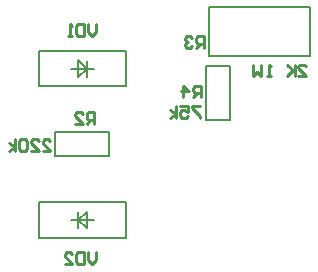
<source format=gbo>
G04*
G04 #@! TF.GenerationSoftware,Altium Limited,Altium Designer,22.10.1 (41)*
G04*
G04 Layer_Color=32896*
%FSLAX44Y44*%
%MOMM*%
G71*
G04*
G04 #@! TF.SameCoordinates,2E0DDC9F-B89A-4235-B925-374E8A91578C*
G04*
G04*
G04 #@! TF.FilePolarity,Positive*
G04*
G01*
G75*
%ADD10C,0.2000*%
%ADD11C,0.2540*%
D10*
X427140Y115940D02*
X472860D01*
X427140D02*
Y136260D01*
X472860Y115940D02*
Y136260D01*
X427140D02*
X472860D01*
X440500Y62000D02*
X446500D01*
Y69000D01*
Y62000D02*
X459500D01*
X446500Y55000D02*
Y62000D01*
X453571Y54929D02*
Y69071D01*
X446500Y62000D02*
X453571Y69071D01*
X446500Y62000D02*
X453571Y54929D01*
X413000Y47000D02*
Y77000D01*
Y47000D02*
X487000D01*
X413000Y77000D02*
X487000D01*
Y47000D02*
Y77000D01*
X575160Y147140D02*
Y192860D01*
X554840Y147140D02*
X575160D01*
X554840Y192860D02*
X575160D01*
X554840Y147140D02*
Y192860D01*
X557250Y242200D02*
X642500D01*
Y201200D02*
Y241700D01*
X557250Y201200D02*
Y242200D01*
Y201200D02*
X642500D01*
X453500Y190100D02*
X459500D01*
X453500Y183100D02*
Y190100D01*
X440500D02*
X453500D01*
Y197100D01*
X446429Y183029D02*
Y197171D01*
Y183029D02*
X453500Y190100D01*
X446429Y197171D02*
X453500Y190100D01*
X487000Y175100D02*
Y205100D01*
X413000D02*
X487000D01*
X413000Y175100D02*
X487000D01*
X413000D02*
Y205100D01*
D11*
X550531Y165902D02*
Y175898D01*
X545532D01*
X543866Y174232D01*
Y170900D01*
X545532Y169234D01*
X550531D01*
X547198D02*
X543866Y165902D01*
X535536D02*
Y175898D01*
X540534Y170900D01*
X533869D01*
X549499Y158698D02*
X542834D01*
Y157032D01*
X549499Y150368D01*
Y148702D01*
X532838Y158698D02*
X539502D01*
Y153700D01*
X536170Y155366D01*
X534504D01*
X532838Y153700D01*
Y150368D01*
X534504Y148702D01*
X537836D01*
X539502Y150368D01*
X529505Y148702D02*
Y158698D01*
Y152034D02*
X524507Y155366D01*
X529505Y152034D02*
X524507Y148702D01*
X553131Y207502D02*
Y217498D01*
X548132D01*
X546466Y215832D01*
Y212500D01*
X548132Y210834D01*
X553131D01*
X549798D02*
X546466Y207502D01*
X543134Y215832D02*
X541468Y217498D01*
X538135D01*
X536469Y215832D01*
Y214166D01*
X538135Y212500D01*
X539802D01*
X538135D01*
X536469Y210834D01*
Y209168D01*
X538135Y207502D01*
X541468D01*
X543134Y209168D01*
X632928Y183702D02*
X639593D01*
X632928Y190366D01*
Y192032D01*
X634594Y193698D01*
X637927D01*
X639593Y192032D01*
X629596Y193698D02*
Y183702D01*
Y187034D01*
X622932Y193698D01*
X627930Y188700D01*
X622932Y183702D01*
X609602D02*
X606270D01*
X607936D01*
Y193698D01*
X609602Y192032D01*
X601272Y193698D02*
Y183702D01*
X597939Y187034D01*
X594607Y183702D01*
Y193698D01*
X460131Y143702D02*
Y153698D01*
X455132D01*
X453466Y152032D01*
Y148700D01*
X455132Y147034D01*
X460131D01*
X456798D02*
X453466Y143702D01*
X443469D02*
X450134D01*
X443469Y150366D01*
Y152032D01*
X445135Y153698D01*
X448468D01*
X450134Y152032D01*
X416230Y120302D02*
X422894D01*
X416230Y126966D01*
Y128632D01*
X417896Y130298D01*
X421228D01*
X422894Y128632D01*
X406233Y120302D02*
X412898D01*
X406233Y126966D01*
Y128632D01*
X407899Y130298D01*
X411231D01*
X412898Y128632D01*
X402901D02*
X401235Y130298D01*
X397902D01*
X396236Y128632D01*
Y121968D01*
X397902Y120302D01*
X401235D01*
X402901Y121968D01*
Y128632D01*
X392904Y120302D02*
Y130298D01*
Y123634D02*
X387906Y126966D01*
X392904Y123634D02*
X387906Y120302D01*
X461529Y34798D02*
Y28134D01*
X458197Y24802D01*
X454865Y28134D01*
Y34798D01*
X451532D02*
Y24802D01*
X446534D01*
X444868Y26468D01*
Y33132D01*
X446534Y34798D01*
X451532D01*
X434871Y24802D02*
X441535D01*
X434871Y31466D01*
Y33132D01*
X436537Y34798D01*
X439869D01*
X441535Y33132D01*
X461463Y227798D02*
Y221134D01*
X458131Y217802D01*
X454798Y221134D01*
Y227798D01*
X451466D02*
Y217802D01*
X446468D01*
X444802Y219468D01*
Y226132D01*
X446468Y227798D01*
X451466D01*
X441469Y217802D02*
X438137D01*
X439803D01*
Y227798D01*
X441469Y226132D01*
M02*

</source>
